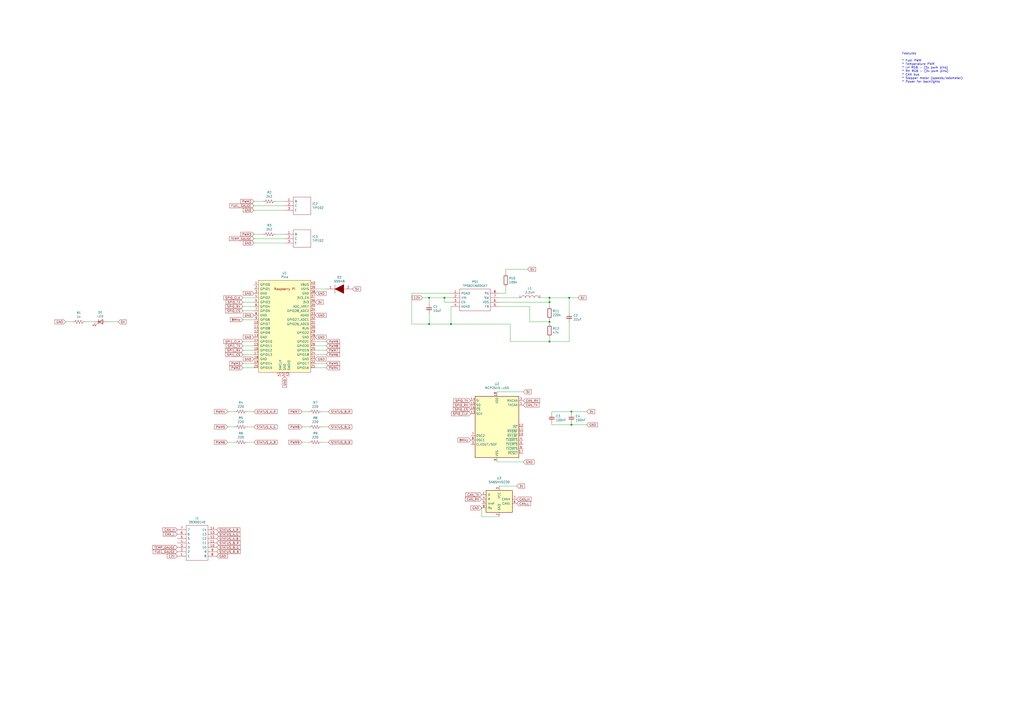
<source format=kicad_sch>
(kicad_sch (version 20211123) (generator eeschema)
  (paper "A2")
  (lib_symbols
    (symbol "Connector:39300140" (pin_names (offset 0.762))
      (property "Reference" "J" (at 19.05 7.62 0))
      (property "Value" "Connector_39300140" (at 19.05 5.08 0))
      (symbol "39300140_0_0"
        (pin passive line (at 0 -15.24 0) (length 5.08) (name "1") (number "1"))
        (pin passive line (at 22.86 -10.16 180) (length 5.08) (name "10") (number "10"))
        (pin passive line (at 22.86 -7.62 180) (length 5.08) (name "11") (number "11"))
        (pin passive line (at 22.86 -5.08 180) (length 5.08) (name "12") (number "12"))
        (pin passive line (at 22.86 -2.54 180) (length 5.08) (name "13") (number "13"))
        (pin passive line (at 22.86 0 180) (length 5.08) (name "14") (number "14"))
        (pin passive line (at 0 -12.7 0) (length 5.08) (name "2") (number "2"))
        (pin passive line (at 0 -10.16 0) (length 5.08) (name "3") (number "3"))
        (pin passive line (at 0 -7.62 0) (length 5.08) (name "4") (number "4"))
        (pin passive line (at 0 -5.08 0) (length 5.08) (name "5") (number "5"))
        (pin passive line (at 0 -2.54 0) (length 5.08) (name "6") (number "6"))
        (pin passive line (at 0 0 0) (length 5.08) (name "7") (number "7"))
        (pin passive line (at 22.86 -15.24 180) (length 5.08) (name "8") (number "8"))
        (pin passive line (at 22.86 -12.7 180) (length 5.08) (name "9") (number "9"))
      )
      (symbol "39300140_0_1"
        (polyline (pts (xy 5.08 2.54) (xy 17.78 2.54) (xy 17.78 -17.78) (xy 5.08 -17.78) (xy 5.08 2.54)) (stroke (width 0.1524)))
      )
    )
    (symbol "Device:C_Small" (pin_numbers hide) (pin_names (offset 0.254) hide)
      (property "Reference" "C" (at 0.254 1.778 0))
      (property "Value" "C_Small" (at 0.254 -2.032 0))
      (symbol "C_Small_0_1"
        (polyline (pts (xy -1.524 -0.508) (xy 1.524 -0.508)) (stroke (width 0.3302)))
        (polyline (pts (xy -1.524 0.508) (xy 1.524 0.508)) (stroke (width 0.3048)))
      )
      (symbol "C_Small_1_1"
        (pin passive line (at 0 2.54 270) (length 2.032) (name "~") (number "1"))
        (pin passive line (at 0 -2.54 90) (length 2.032) (name "~") (number "2"))
      )
    )
    (symbol "Device:LED" (pin_numbers hide) (pin_names (offset 1.016) hide)
      (property "Reference" "D" (at 0 2.54 0))
      (property "Value" "LED" (at 0 -2.54 0))
      (symbol "LED_0_1"
        (polyline (pts (xy -1.27 -1.27) (xy -1.27 1.27)) (stroke (width 0.254)))
        (polyline (pts (xy -1.27 0) (xy 1.27 0)))
        (polyline (pts (xy 1.27 -1.27) (xy 1.27 1.27) (xy -1.27 0) (xy 1.27 -1.27)) (stroke (width 0.254)))
        (polyline (pts (xy -3.048 -0.762) (xy -4.572 -2.286) (xy -3.81 -2.286) (xy -4.572 -2.286) (xy -4.572 -1.524)))
        (polyline (pts (xy -1.778 -0.762) (xy -3.302 -2.286) (xy -2.54 -2.286) (xy -3.302 -2.286) (xy -3.302 -1.524)))
      )
      (symbol "LED_1_1"
        (pin passive line (at -3.81 0 0) (length 2.54) (name "K") (number "1"))
        (pin passive line (at 3.81 0 180) (length 2.54) (name "A") (number "2"))
      )
    )
    (symbol "Device:R" (pin_numbers hide) (pin_names (offset 0))
      (property "Reference" "R" (at 2.032 0 90))
      (property "Value" "R" (at 0 0 90))
      (symbol "R_0_1"
        (rectangle (start -1.016 -2.54) (end 1.016 2.54) (stroke (width 0.254)))
      )
      (symbol "R_1_1"
        (pin passive line (at 0 3.81 270) (length 1.27) (name "~") (number "1"))
        (pin passive line (at 0 -3.81 90) (length 1.27) (name "~") (number "2"))
      )
    )
    (symbol "Device:R_US" (pin_numbers hide) (pin_names (offset 0))
      (property "Reference" "R" (at 2.54 0 90))
      (property "Value" "R_US" (at -2.54 0 90))
      (symbol "R_US_0_1"
        (polyline (pts (xy 0 -2.286) (xy 0 -2.54)))
        (polyline (pts (xy 0 2.286) (xy 0 2.54)))
        (polyline (pts (xy 0 -0.762) (xy 1.016 -1.143) (xy 0 -1.524) (xy -1.016 -1.905) (xy 0 -2.286)))
        (polyline (pts (xy 0 0.762) (xy 1.016 0.381) (xy 0 0) (xy -1.016 -0.381) (xy 0 -0.762)))
        (polyline (pts (xy 0 2.286) (xy 1.016 1.905) (xy 0 1.524) (xy -1.016 1.143) (xy 0 0.762)))
      )
      (symbol "R_US_1_1"
        (pin passive line (at 0 3.81 270) (length 1.27) (name "~") (number "1"))
        (pin passive line (at 0 -3.81 90) (length 1.27) (name "~") (number "2"))
      )
    )
    (symbol "Diode:SS54B" (pin_names (offset 0.762))
      (property "Reference" "D" (at 11.43 5.08 0))
      (property "Value" "Diode_SS54B" (at 11.43 2.54 0))
      (symbol "SS54B_0_0"
        (pin passive line (at 0 0 0) (length 5.08) (name "~") (number "1"))
        (pin passive line (at 15.24 0 180) (length 5.08) (name "~") (number "2"))
      )
      (symbol "SS54B_0_1"
        (polyline (pts (xy 5.08 2.54) (xy 5.08 -2.54)) (stroke (width 0.1524)))
        (polyline (pts (xy 5.08 0) (xy 10.16 2.54) (xy 10.16 -2.54) (xy 5.08 0)) (stroke (width 0.254)) (fill (type outline)))
      )
    )
    (symbol "Interface_CAN_LIN:MCP2515-xSO"
      (property "Reference" "U" (at -10.16 19.685 0))
      (property "Value" "MCP2515-xSO" (at 19.05 20.32 0))
      (symbol "MCP2515-xSO_0_1"
        (rectangle (start -12.7 17.78) (end 12.7 -17.78) (stroke (width 0.254)) (fill (type background)))
      )
      (symbol "MCP2515-xSO_1_1"
        (pin output line (at 15.24 12.7 180) (length 2.54) (name "TXCAN") (number "1"))
        (pin output line (at 15.24 -5.08 180) (length 2.54) (name "~{RX1BF}") (number "10"))
        (pin output line (at 15.24 -2.54 180) (length 2.54) (name "~{RX0BF}") (number "11"))
        (pin output line (at 15.24 0 180) (length 2.54) (name "~{INT}") (number "12"))
        (pin input line (at -15.24 7.62 0) (length 2.54) (name "SCK") (number "13"))
        (pin input line (at -15.24 15.24 0) (length 2.54) (name "SI") (number "14"))
        (pin output line (at -15.24 12.7 0) (length 2.54) (name "SO") (number "15"))
        (pin input line (at -15.24 10.16 0) (length 2.54) (name "~{CS}") (number "16"))
        (pin input line (at 15.24 -15.24 180) (length 2.54) (name "~{RESET}") (number "17"))
        (pin power_in line (at 0 20.32 270) (length 2.54) (name "VDD") (number "18"))
        (pin input line (at 15.24 15.24 180) (length 2.54) (name "RXCAN") (number "2"))
        (pin output line (at -15.24 -10.16 0) (length 2.54) (name "CLKOUT/SOF") (number "3"))
        (pin input line (at 15.24 -7.62 180) (length 2.54) (name "~{TX0RTS}") (number "4"))
        (pin input line (at 15.24 -10.16 180) (length 2.54) (name "~{TX1RTS}") (number "5"))
        (pin input line (at 15.24 -12.7 180) (length 2.54) (name "~{TX2RTS}") (number "6"))
        (pin output line (at -15.24 -5.08 0) (length 2.54) (name "OSC2") (number "7"))
        (pin input line (at -15.24 -7.62 0) (length 2.54) (name "OSC1") (number "8"))
        (pin power_in line (at 0 -20.32 90) (length 2.54) (name "VSS") (number "9"))
      )
    )
    (symbol "Interface_CAN_LIN:SN65HVD230" (pin_names (offset 1.016))
      (property "Reference" "U" (at -2.54 10.16 0))
      (property "Value" "SN65HVD230" (at -2.54 7.62 0))
      (symbol "SN65HVD230_0_1"
        (rectangle (start -7.62 5.08) (end 7.62 -7.62) (stroke (width 0.254)) (fill (type background)))
      )
      (symbol "SN65HVD230_1_1"
        (pin input line (at -10.16 2.54 0) (length 2.54) (name "D") (number "1"))
        (pin power_in line (at 0 -10.16 90) (length 2.54) (name "GND") (number "2"))
        (pin power_in line (at 0 7.62 270) (length 2.54) (name "VCC") (number "3"))
        (pin output line (at -10.16 0 0) (length 2.54) (name "R") (number "4"))
        (pin output line (at -10.16 -2.54 0) (length 2.54) (name "Vref") (number "5"))
        (pin bidirectional line (at 10.16 -2.54 180) (length 2.54) (name "CANL") (number "6"))
        (pin bidirectional line (at 10.16 0 180) (length 2.54) (name "CANH") (number "7"))
        (pin input line (at -10.16 -5.08 0) (length 2.54) (name "Rs") (number "8"))
      )
    )
    (symbol "MCU_Module:Pico" (pin_names (offset 1.016))
      (property "Reference" "U" (at -13.97 27.94 0))
      (property "Value" "MCU_Module_Pico" (at 0 19.05 0))
      (symbol "Pico_0_0"
        (text "Raspberry Pi" (at 0 21.59 0) (effects (font (size 1.27 1.27))))
      )
      (symbol "Pico_0_1"
        (rectangle (start -15.24 26.67) (end 15.24 -26.67) (fill (type background)))
      )
      (symbol "Pico_1_1"
        (pin bidirectional line (at -17.78 24.13 0) (length 2.54) (name "GPIO0") (number "1"))
        (pin bidirectional line (at -17.78 1.27 0) (length 2.54) (name "GPIO7") (number "10"))
        (pin bidirectional line (at -17.78 -1.27 0) (length 2.54) (name "GPIO8") (number "11"))
        (pin bidirectional line (at -17.78 -3.81 0) (length 2.54) (name "GPIO9") (number "12"))
        (pin power_in line (at -17.78 -6.35 0) (length 2.54) (name "GND") (number "13"))
        (pin bidirectional line (at -17.78 -8.89 0) (length 2.54) (name "GPIO10") (number "14"))
        (pin bidirectional line (at -17.78 -11.43 0) (length 2.54) (name "GPIO11") (number "15"))
        (pin bidirectional line (at -17.78 -13.97 0) (length 2.54) (name "GPIO12") (number "16"))
        (pin bidirectional line (at -17.78 -16.51 0) (length 2.54) (name "GPIO13") (number "17"))
        (pin power_in line (at -17.78 -19.05 0) (length 2.54) (name "GND") (number "18"))
        (pin bidirectional line (at -17.78 -21.59 0) (length 2.54) (name "GPIO14") (number "19"))
        (pin bidirectional line (at -17.78 21.59 0) (length 2.54) (name "GPIO1") (number "2"))
        (pin bidirectional line (at -17.78 -24.13 0) (length 2.54) (name "GPIO15") (number "20"))
        (pin bidirectional line (at 17.78 -24.13 180) (length 2.54) (name "GPIO16") (number "21"))
        (pin bidirectional line (at 17.78 -21.59 180) (length 2.54) (name "GPIO17") (number "22"))
        (pin power_in line (at 17.78 -19.05 180) (length 2.54) (name "GND") (number "23"))
        (pin bidirectional line (at 17.78 -16.51 180) (length 2.54) (name "GPIO18") (number "24"))
        (pin bidirectional line (at 17.78 -13.97 180) (length 2.54) (name "GPIO19") (number "25"))
        (pin bidirectional line (at 17.78 -11.43 180) (length 2.54) (name "GPIO20") (number "26"))
        (pin bidirectional line (at 17.78 -8.89 180) (length 2.54) (name "GPIO21") (number "27"))
        (pin power_in line (at 17.78 -6.35 180) (length 2.54) (name "GND") (number "28"))
        (pin bidirectional line (at 17.78 -3.81 180) (length 2.54) (name "GPIO22") (number "29"))
        (pin power_in line (at -17.78 19.05 0) (length 2.54) (name "GND") (number "3"))
        (pin input line (at 17.78 -1.27 180) (length 2.54) (name "RUN") (number "30"))
        (pin bidirectional line (at 17.78 1.27 180) (length 2.54) (name "GPIO26_ADC0") (number "31"))
        (pin bidirectional line (at 17.78 3.81 180) (length 2.54) (name "GPIO27_ADC1") (number "32"))
        (pin power_in line (at 17.78 6.35 180) (length 2.54) (name "AGND") (number "33"))
        (pin bidirectional line (at 17.78 8.89 180) (length 2.54) (name "GPIO28_ADC2") (number "34"))
        (pin unspecified line (at 17.78 11.43 180) (length 2.54) (name "ADC_VREF") (number "35"))
        (pin unspecified line (at 17.78 13.97 180) (length 2.54) (name "3V3") (number "36"))
        (pin input line (at 17.78 16.51 180) (length 2.54) (name "3V3_EN") (number "37"))
        (pin bidirectional line (at 17.78 19.05 180) (length 2.54) (name "GND") (number "38"))
        (pin unspecified line (at 17.78 21.59 180) (length 2.54) (name "VSYS") (number "39"))
        (pin bidirectional line (at -17.78 16.51 0) (length 2.54) (name "GPIO2") (number "4"))
        (pin unspecified line (at 17.78 24.13 180) (length 2.54) (name "VBUS") (number "40"))
        (pin input line (at -2.54 -29.21 90) (length 2.54) (name "SWCLK") (number "41"))
        (pin power_in line (at 0 -29.21 90) (length 2.54) (name "GND") (number "42"))
        (pin bidirectional line (at 2.54 -29.21 90) (length 2.54) (name "SWDIO") (number "43"))
        (pin bidirectional line (at -17.78 13.97 0) (length 2.54) (name "GPIO3") (number "5"))
        (pin bidirectional line (at -17.78 11.43 0) (length 2.54) (name "GPIO4") (number "6"))
        (pin bidirectional line (at -17.78 8.89 0) (length 2.54) (name "GPIO5") (number "7"))
        (pin power_in line (at -17.78 6.35 0) (length 2.54) (name "GND") (number "8"))
        (pin bidirectional line (at -17.78 3.81 0) (length 2.54) (name "GPIO6") (number "9"))
      )
    )
    (symbol "MCU_Module:TPS62160DGKT" (pin_names (offset 0.762))
      (property "Reference" "PS" (at 24.13 7.62 0))
      (property "Value" "MCU_Module_TPS62160DGKT" (at 24.13 5.08 0))
      (symbol "TPS62160DGKT_0_0"
        (pin power_in line (at 0 0 0) (length 5.08) (name "PGND") (number "1"))
        (pin power_in line (at 0 -2.54 0) (length 5.08) (name "VIN") (number "2"))
        (pin input line (at 0 -5.08 0) (length 5.08) (name "EN") (number "3"))
        (pin power_in line (at 0 -7.62 0) (length 5.08) (name "AGND") (number "4"))
        (pin input line (at 27.94 -7.62 180) (length 5.08) (name "FB") (number "5"))
        (pin input line (at 27.94 -5.08 180) (length 5.08) (name "VOS") (number "6"))
        (pin output line (at 27.94 -2.54 180) (length 5.08) (name "SW") (number "7"))
        (pin output line (at 27.94 0 180) (length 5.08) (name "PG") (number "8"))
      )
      (symbol "TPS62160DGKT_0_1"
        (polyline (pts (xy 5.08 2.54) (xy 22.86 2.54) (xy 22.86 -10.16) (xy 5.08 -10.16) (xy 5.08 2.54)) (stroke (width 0.1524)))
      )
    )
    (symbol "Transistor_BJT:TIP102" (pin_names (offset 0.762))
      (property "Reference" "IC" (at 16.51 7.62 0))
      (property "Value" "Transistor_BJT_TIP102" (at 16.51 5.08 0))
      (symbol "TIP102_0_0"
        (pin passive line (at 0 0 0) (length 5.08) (name "B") (number "1"))
        (pin passive line (at 0 -2.54 0) (length 5.08) (name "C") (number "2"))
        (pin passive line (at 0 -5.08 0) (length 5.08) (name "E") (number "3"))
      )
      (symbol "TIP102_0_1"
        (polyline (pts (xy 5.08 2.54) (xy 15.24 2.54) (xy 15.24 -7.62) (xy 5.08 -7.62) (xy 5.08 2.54)) (stroke (width 0.1524)))
      )
    )
    (symbol "pspice:INDUCTOR" (pin_numbers hide) (pin_names (offset 0))
      (property "Reference" "L" (at 0 2.54 0))
      (property "Value" "INDUCTOR" (at 0 -1.27 0))
      (symbol "INDUCTOR_0_1"
        (arc (start -2.54 0) (mid -3.81 1.27) (end -5.08 0))
        (arc (start 0 0) (mid -1.27 1.27) (end -2.54 0))
        (arc (start 2.54 0) (mid 1.27 1.27) (end 0 0))
        (arc (start 5.08 0) (mid 3.81 1.27) (end 2.54 0))
      )
      (symbol "INDUCTOR_1_1"
        (pin input line (at -6.35 0 0) (length 1.27) (name "1") (number "1"))
        (pin input line (at 6.35 0 180) (length 1.27) (name "2") (number "2"))
      )
    )
  )
  (junction (at 261.62 187.96))
  (junction (at 248.92 187.96))
  (junction (at 257.81 172.72))
  (junction (at 248.92 172.72))
  (junction (at 331.47 246.38))
  (junction (at 318.77 186.69))
  (junction (at 318.77 175.26))
  (junction (at 331.47 238.76))
  (junction (at 318.77 198.12))
  (junction (at 330.2 172.72))
  (junction (at 318.77 172.72))
  (wire (pts (xy 160.02 116.84) (xy 165.1 116.84)))
  (wire (pts (xy 293.37 170.18) (xy 293.37 166.37)))
  (wire (pts (xy 143.51 238.76) (xy 147.32 238.76)))
  (wire (pts (xy 248.92 187.96) (xy 261.62 187.96)))
  (wire (pts (xy 288.29 227.33) (xy 303.53 227.33)))
  (wire (pts (xy 307.34 186.69) (xy 318.77 186.69)))
  (wire (pts (xy 140.97 203.2) (xy 147.32 203.2)))
  (wire (pts (xy 175.26 238.76) (xy 179.07 238.76)))
  (wire (pts (xy 140.97 210.82) (xy 147.32 210.82)))
  (wire (pts (xy 186.69 247.65) (xy 190.5 247.65)))
  (wire (pts (xy 307.34 177.8) (xy 307.34 186.69)))
  (wire (pts (xy 295.91 187.96) (xy 295.91 198.12)))
  (wire (pts (xy 62.23 186.69) (xy 68.58 186.69)))
  (wire (pts (xy 147.32 138.43) (xy 165.1 138.43)))
  (wire (pts (xy 318.77 198.12) (xy 330.2 198.12)))
  (wire (pts (xy 238.76 170.18) (xy 238.76 187.96)))
  (wire (pts (xy 186.69 256.54) (xy 190.5 256.54)))
  (wire (pts (xy 182.88 198.12) (xy 189.23 198.12)))
  (wire (pts (xy 147.32 119.38) (xy 165.1 119.38)))
  (wire (pts (xy 182.88 203.2) (xy 189.23 203.2)))
  (wire (pts (xy 288.29 267.97) (xy 303.53 267.97)))
  (wire (pts (xy 140.97 177.8) (xy 147.32 177.8)))
  (wire (pts (xy 132.08 238.76) (xy 135.89 238.76)))
  (wire (pts (xy 257.81 172.72) (xy 261.62 172.72)))
  (wire (pts (xy 38.1 186.69) (xy 41.91 186.69)))
  (wire (pts (xy 140.97 213.36) (xy 147.32 213.36)))
  (wire (pts (xy 331.47 240.03) (xy 331.47 238.76)))
  (wire (pts (xy 331.47 238.76) (xy 340.36 238.76)))
  (wire (pts (xy 330.2 172.72) (xy 330.2 181.61)))
  (wire (pts (xy 320.04 238.76) (xy 331.47 238.76)))
  (wire (pts (xy 331.47 246.38) (xy 320.04 246.38)))
  (wire (pts (xy 238.76 187.96) (xy 248.92 187.96)))
  (wire (pts (xy 140.97 175.26) (xy 147.32 175.26)))
  (wire (pts (xy 289.56 177.8) (xy 307.34 177.8)))
  (wire (pts (xy 318.77 175.26) (xy 318.77 172.72)))
  (wire (pts (xy 340.36 246.38) (xy 331.47 246.38)))
  (wire (pts (xy 257.81 175.26) (xy 261.62 175.26)))
  (wire (pts (xy 186.69 238.76) (xy 190.5 238.76)))
  (wire (pts (xy 248.92 181.61) (xy 248.92 187.96)))
  (wire (pts (xy 318.77 172.72) (xy 330.2 172.72)))
  (wire (pts (xy 175.26 247.65) (xy 179.07 247.65)))
  (wire (pts (xy 132.08 247.65) (xy 135.89 247.65)))
  (wire (pts (xy 257.81 172.72) (xy 257.81 175.26)))
  (wire (pts (xy 330.2 198.12) (xy 330.2 186.69)))
  (wire (pts (xy 293.37 156.21) (xy 293.37 158.75)))
  (wire (pts (xy 289.56 175.26) (xy 318.77 175.26)))
  (wire (pts (xy 295.91 198.12) (xy 318.77 198.12)))
  (wire (pts (xy 175.26 256.54) (xy 179.07 256.54)))
  (wire (pts (xy 140.97 205.74) (xy 147.32 205.74)))
  (wire (pts (xy 132.08 256.54) (xy 135.89 256.54)))
  (wire (pts (xy 182.88 200.66) (xy 189.23 200.66)))
  (wire (pts (xy 147.32 121.92) (xy 165.1 121.92)))
  (wire (pts (xy 289.56 170.18) (xy 293.37 170.18)))
  (wire (pts (xy 248.92 176.53) (xy 248.92 172.72)))
  (wire (pts (xy 140.97 198.12) (xy 147.32 198.12)))
  (wire (pts (xy 261.62 187.96) (xy 261.62 177.8)))
  (wire (pts (xy 331.47 245.11) (xy 331.47 246.38)))
  (wire (pts (xy 320.04 240.03) (xy 320.04 238.76)))
  (wire (pts (xy 143.51 247.65) (xy 147.32 247.65)))
  (wire (pts (xy 182.88 205.74) (xy 189.23 205.74)))
  (wire (pts (xy 182.88 210.82) (xy 189.23 210.82)))
  (wire (pts (xy 152.4 116.84) (xy 147.32 116.84)))
  (wire (pts (xy 49.53 186.69) (xy 54.61 186.69)))
  (wire (pts (xy 140.97 180.34) (xy 147.32 180.34)))
  (wire (pts (xy 289.56 299.72) (xy 279.4 299.72)))
  (wire (pts (xy 140.97 172.72) (xy 147.32 172.72)))
  (wire (pts (xy 182.88 167.64) (xy 189.23 167.64)))
  (wire (pts (xy 261.62 170.18) (xy 238.76 170.18)))
  (wire (pts (xy 248.92 172.72) (xy 257.81 172.72)))
  (wire (pts (xy 147.32 140.97) (xy 165.1 140.97)))
  (wire (pts (xy 152.4 135.89) (xy 147.32 135.89)))
  (wire (pts (xy 160.02 135.89) (xy 165.1 135.89)))
  (wire (pts (xy 245.11 172.72) (xy 248.92 172.72)))
  (wire (pts (xy 140.97 200.66) (xy 147.32 200.66)))
  (wire (pts (xy 318.77 185.42) (xy 318.77 186.69)))
  (wire (pts (xy 318.77 186.69) (xy 318.77 187.96)))
  (wire (pts (xy 261.62 187.96) (xy 295.91 187.96)))
  (wire (pts (xy 318.77 172.72) (xy 313.69 172.72)))
  (wire (pts (xy 318.77 198.12) (xy 318.77 195.58)))
  (wire (pts (xy 320.04 246.38) (xy 320.04 245.11)))
  (wire (pts (xy 289.56 281.94) (xy 299.72 281.94)))
  (wire (pts (xy 306.07 156.21) (xy 293.37 156.21)))
  (wire (pts (xy 140.97 185.42) (xy 147.32 185.42)))
  (wire (pts (xy 182.88 213.36) (xy 189.23 213.36)))
  (wire (pts (xy 143.51 256.54) (xy 147.32 256.54)))
  (wire (pts (xy 289.56 172.72) (xy 300.99 172.72)))
  (wire (pts (xy 330.2 172.72) (xy 335.28 172.72)))
  (wire (pts (xy 318.77 177.8) (xy 318.77 175.26)))
  (wire (pts (xy 279.4 299.72) (xy 279.4 294.64)))
  (text "Features\n\n* Fuel PWM\n* Temperature PWM\n* LH RGB - (3x pwm pins)\n* RH RGB - (3x pwm pins)\n* CAN bus\n* Stepper motor (speedo/odometer)\n* Power for backlights" (at 523.24 48.26 0) (effects (font (size 1.27 1.27)) (justify left bottom)))
  (global_label "GND" (shape input) (at 340.36 246.38 0) (property "Intersheet References" "${INTERSHEET_REFS}" (effects hide)))
  (global_label "GND" (shape input) (at 303.53 267.97 0) (property "Intersheet References" "${INTERSHEET_REFS}" (effects hide)))
  (global_label "GND" (shape input) (at 147.32 170.18 180) (property "Intersheet References" "${INTERSHEET_REFS}" (effects hide)))
  (global_label "STATUS_A_B" (shape input) (at 147.32 256.54 0) (property "Intersheet References" "${INTERSHEET_REFS}" (effects hide)))
  (global_label "GND" (shape input) (at 147.32 195.58 180) (property "Intersheet References" "${INTERSHEET_REFS}" (effects hide)))
  (global_label "STATUS_B_B" (shape input) (at 190.5 256.54 0) (property "Intersheet References" "${INTERSHEET_REFS}" (effects hide)))
  (global_label "CAN_RX" (shape input) (at 279.4 289.56 180) (property "Intersheet References" "${INTERSHEET_REFS}" (effects hide)))
  (global_label "STATUS_A_R" (shape input) (at 125.73 307.34 0) (property "Intersheet References" "${INTERSHEET_REFS}" (effects hide)))
  (global_label "GND" (shape input) (at 38.1 186.69 180) (property "Intersheet References" "${INTERSHEET_REFS}" (effects hide)))
  (global_label "SPI0_RX" (shape input) (at 140.97 177.8 180) (property "Intersheet References" "${INTERSHEET_REFS}" (effects hide)))
  (global_label "PWM4" (shape input) (at 132.08 238.76 180) (property "Intersheet References" "${INTERSHEET_REFS}" (effects hide)))
  (global_label "GND" (shape input) (at 147.32 208.28 180) (property "Intersheet References" "${INTERSHEET_REFS}" (effects hide)))
  (global_label "12V" (shape input) (at 102.87 322.58 180) (property "Intersheet References" "${INTERSHEET_REFS}" (effects hide)))
  (global_label "PWM9" (shape input) (at 189.23 198.12 0) (property "Intersheet References" "${INTERSHEET_REFS}" (effects hide)))
  (global_label "SPI1_RX" (shape input) (at 140.97 203.2 180) (property "Intersheet References" "${INTERSHEET_REFS}" (effects hide)))
  (global_label "GND" (shape input) (at 182.88 170.18 0) (property "Intersheet References" "${INTERSHEET_REFS}" (effects hide)))
  (global_label "STATUS_A_G" (shape input) (at 125.73 309.88 0) (property "Intersheet References" "${INTERSHEET_REFS}" (effects hide)))
  (global_label "PWM8" (shape input) (at 175.26 247.65 180) (property "Intersheet References" "${INTERSHEET_REFS}" (effects hide)))
  (global_label "STATUS_B_G" (shape input) (at 125.73 317.5 0) (property "Intersheet References" "${INTERSHEET_REFS}" (effects hide)))
  (global_label "PWM6" (shape input) (at 132.08 256.54 180) (property "Intersheet References" "${INTERSHEET_REFS}" (effects hide)))
  (global_label "CAN_H" (shape input) (at 299.72 289.56 0) (property "Intersheet References" "${INTERSHEET_REFS}" (effects hide)))
  (global_label "GND" (shape input) (at 182.88 208.28 0) (property "Intersheet References" "${INTERSHEET_REFS}" (effects hide)))
  (global_label "STATUS_A_R" (shape input) (at 147.32 238.76 0) (property "Intersheet References" "${INTERSHEET_REFS}" (effects hide)))
  (global_label "CAN_L" (shape input) (at 299.72 292.1 0) (property "Intersheet References" "${INTERSHEET_REFS}" (effects hide)))
  (global_label "STATUS_B_B" (shape input) (at 125.73 320.04 0) (property "Intersheet References" "${INTERSHEET_REFS}" (effects hide)))
  (global_label "8MHz" (shape input) (at 273.05 255.27 180) (property "Intersheet References" "${INTERSHEET_REFS}" (effects hide)))
  (global_label "GND" (shape input) (at 279.4 294.64 180) (property "Intersheet References" "${INTERSHEET_REFS}" (effects hide)))
  (global_label "8MHz" (shape input) (at 140.97 185.42 180) (property "Intersheet References" "${INTERSHEET_REFS}" (effects hide)))
  (global_label "CAN_L" (shape input) (at 102.87 309.88 180) (property "Intersheet References" "${INTERSHEET_REFS}" (effects hide)))
  (global_label "5V" (shape input) (at 335.28 172.72 0) (property "Intersheet References" "${INTERSHEET_REFS}" (effects hide)))
  (global_label "PWM5" (shape input) (at 189.23 210.82 0) (property "Intersheet References" "${INTERSHEET_REFS}" (effects hide)))
  (global_label "5V" (shape input) (at 68.58 186.69 0) (property "Intersheet References" "${INTERSHEET_REFS}" (effects hide)))
  (global_label "PWM6" (shape input) (at 189.23 205.74 0) (property "Intersheet References" "${INTERSHEET_REFS}" (effects hide)))
  (global_label "SPI1_TX" (shape input) (at 140.97 200.66 180) (property "Intersheet References" "${INTERSHEET_REFS}" (effects hide)))
  (global_label "SPI0_CLK" (shape input) (at 140.97 172.72 180) (property "Intersheet References" "${INTERSHEET_REFS}" (effects hide)))
  (global_label "STATUS_B_R" (shape input) (at 125.73 314.96 0) (property "Intersheet References" "${INTERSHEET_REFS}" (effects hide)))
  (global_label "3V" (shape input) (at 303.53 227.33 0) (property "Intersheet References" "${INTERSHEET_REFS}" (effects hide)))
  (global_label "SPI0_CS" (shape input) (at 140.97 180.34 180) (property "Intersheet References" "${INTERSHEET_REFS}" (effects hide)))
  (global_label "CAN_RX" (shape input) (at 303.53 232.41 0) (property "Intersheet References" "${INTERSHEET_REFS}" (effects hide)))
  (global_label "PWM8" (shape input) (at 189.23 200.66 0) (property "Intersheet References" "${INTERSHEET_REFS}" (effects hide)))
  (global_label "PWM7" (shape input) (at 189.23 203.2 0) (property "Intersheet References" "${INTERSHEET_REFS}" (effects hide)))
  (global_label "GND" (shape input) (at 125.73 322.58 0) (property "Intersheet References" "${INTERSHEET_REFS}" (effects hide)))
  (global_label "SPI1_CLK" (shape input) (at 140.97 198.12 180) (property "Intersheet References" "${INTERSHEET_REFS}" (effects hide)))
  (global_label "GND" (shape input) (at 182.88 195.58 0) (property "Intersheet References" "${INTERSHEET_REFS}" (effects hide)))
  (global_label "GND" (shape input) (at 147.32 121.92 180) (property "Intersheet References" "${INTERSHEET_REFS}" (effects hide)))
  (global_label "PWM5" (shape input) (at 132.08 247.65 180) (property "Intersheet References" "${INTERSHEET_REFS}" (effects hide)))
  (global_label "GND" (shape input) (at 182.88 182.88 0) (property "Intersheet References" "${INTERSHEET_REFS}" (effects hide)))
  (global_label "STATUS_B_G" (shape input) (at 190.5 247.65 0) (property "Intersheet References" "${INTERSHEET_REFS}" (effects hide)))
  (global_label "12V" (shape input) (at 245.11 172.72 180) (property "Intersheet References" "${INTERSHEET_REFS}" (effects hide)))
  (global_label "PWM4" (shape input) (at 189.23 213.36 0) (property "Intersheet References" "${INTERSHEET_REFS}" (effects hide)))
  (global_label "GND" (shape input) (at 147.32 182.88 180) (property "Intersheet References" "${INTERSHEET_REFS}" (effects hide)))
  (global_label "SPI0_TX" (shape input) (at 273.05 232.41 180) (property "Intersheet References" "${INTERSHEET_REFS}" (effects hide)))
  (global_label "GND" (shape input) (at 147.32 140.97 180) (property "Intersheet References" "${INTERSHEET_REFS}" (effects hide)))
  (global_label "STATUS_B_R" (shape input) (at 190.5 238.76 0) (property "Intersheet References" "${INTERSHEET_REFS}" (effects hide)))
  (global_label "CAN_H" (shape input) (at 102.87 307.34 180) (property "Intersheet References" "${INTERSHEET_REFS}" (effects hide)))
  (global_label "3V" (shape input) (at 299.72 281.94 0) (property "Intersheet References" "${INTERSHEET_REFS}" (effects hide)))
  (global_label "PWM7" (shape input) (at 175.26 238.76 180) (property "Intersheet References" "${INTERSHEET_REFS}" (effects hide)))
  (global_label "FUEL_GAUGE" (shape input) (at 147.32 119.38 180) (property "Intersheet References" "${INTERSHEET_REFS}" (effects hide)))
  (global_label "PWM3" (shape input) (at 147.32 135.89 180) (property "Intersheet References" "${INTERSHEET_REFS}" (effects hide)))
  (global_label "3V" (shape input) (at 182.88 175.26 0) (property "Intersheet References" "${INTERSHEET_REFS}" (effects hide)))
  (global_label "3V" (shape input) (at 340.36 238.76 0) (property "Intersheet References" "${INTERSHEET_REFS}" (effects hide)))
  (global_label "FUEL_GAUGE" (shape input) (at 102.87 320.04 180) (property "Intersheet References" "${INTERSHEET_REFS}" (effects hide)))
  (global_label "TEMP_GAUGE" (shape input) (at 102.87 317.5 180) (property "Intersheet References" "${INTERSHEET_REFS}" (effects hide)))
  (global_label "STATUS_A_G" (shape input) (at 147.32 247.65 0) (property "Intersheet References" "${INTERSHEET_REFS}" (effects hide)))
  (global_label "SPI0_CLK" (shape input) (at 273.05 240.03 180) (property "Intersheet References" "${INTERSHEET_REFS}" (effects hide)))
  (global_label "PWM9" (shape input) (at 175.26 256.54 180) (property "Intersheet References" "${INTERSHEET_REFS}" (effects hide)))
  (global_label "GND" (shape input) (at 165.1 218.44 270) (property "Intersheet References" "${INTERSHEET_REFS}" (effects hide)))
  (global_label "TEMP_GAUGE" (shape input) (at 147.32 138.43 180) (property "Intersheet References" "${INTERSHEET_REFS}" (effects hide)))
  (global_label "STATUS_A_B" (shape input) (at 125.73 312.42 0) (property "Intersheet References" "${INTERSHEET_REFS}" (effects hide)))
  (global_label "5V" (shape input) (at 306.07 156.21 0) (property "Intersheet References" "${INTERSHEET_REFS}" (effects hide)))
  (global_label "SPI0_TX" (shape input) (at 140.97 175.26 180) (property "Intersheet References" "${INTERSHEET_REFS}" (effects hide)))
  (global_label "5V" (shape input) (at 204.47 167.64 0) (property "Intersheet References" "${INTERSHEET_REFS}" (effects hide)))
  (global_label "PWM3" (shape input) (at 140.97 210.82 180) (property "Intersheet References" "${INTERSHEET_REFS}" (effects hide)))
  (global_label "PWM2" (shape input) (at 140.97 213.36 180) (property "Intersheet References" "${INTERSHEET_REFS}" (effects hide)))
  (global_label "PWM2" (shape input) (at 147.32 116.84 180) (property "Intersheet References" "${INTERSHEET_REFS}" (effects hide)))
  (global_label "SPI1_CS" (shape input) (at 140.97 205.74 180) (property "Intersheet References" "${INTERSHEET_REFS}" (effects hide)))
  (global_label "SPI0_CS" (shape input) (at 273.05 237.49 180) (property "Intersheet References" "${INTERSHEET_REFS}" (effects hide)))
  (global_label "SPI0_RX" (shape input) (at 273.05 234.95 180) (property "Intersheet References" "${INTERSHEET_REFS}" (effects hide)))
  (global_label "CAN_TX" (shape input) (at 303.53 234.95 0) (property "Intersheet References" "${INTERSHEET_REFS}" (effects hide)))
  (global_label "CAN_TX" (shape input) (at 279.4 287.02 180) (property "Intersheet References" "${INTERSHEET_REFS}" (effects hide)))
  (symbol (lib_id "Device:R_US") (at 45.72 186.69 270) (unit 1)
    (property "Reference" "R1" (at 45.72 181.483 90))
    (property "Value" "1k" (at 45.72 183.7944 90))
    (property "Footprint" "Resistor_SMD:R_0201_0603Metric" (effects hide))
  )
  (symbol (lib_id "Device:LED") (at 58.42 186.69 0) (unit 1)
    (property "Reference" "D1" (at 58.2422 181.1782 0))
    (property "Value" "LED" (at 58.2422 183.4896 0))
    (property "Footprint" "LED_SMD:LED_0603_1608Metric" (effects hide))
  )
  (symbol (lib_id "Transistor_BJT:TIP102") (at 165.1 116.84 0) (unit 1)
    (property "Reference" "IC2" (at 181.0512 118.2116 0) (effects (justify left)))
    (property "Value" "TIP102" (at 181.0512 120.523 0) (effects (justify left)))
    (property "Footprint" "Package_TO_SOT_THT:TO270P460X1020X2008-3P" (effects hide))
    (property "Datasheet" "http://www.st.com/web/en/resource/technical/document/datasheet/CD00001234.pdf" (effects hide))
    (property "Description" "TIP102, Darlington Transistor, NPN 8 A 100 V HFE:200, 3-Pin, TO-220" (effects hide))
    (property "Height" "4.6" (effects hide))
    (property "Manufacturer_Name" "STMicroelectronics" (effects hide))
    (property "Manufacturer_Part_Number" "TIP102" (effects hide))
    (property "Mouser Part Number" "511-TIP102" (effects hide))
    (property "Mouser Price/Stock" "https://www.mouser.co.uk/ProductDetail/STMicroelectronics/TIP102?qs=ljbEvF4DwONmWw0zLDYvVw%3D%3D" (effects hide))
    (property "Arrow Part Number" "TIP102" (effects hide))
    (property "Arrow Price/Stock" "https://www.arrow.com/en/products/tip102/stmicroelectronics?region=nac" (effects hide))
  )
  (symbol (lib_id "Device:R_US") (at 156.21 116.84 270) (unit 1)
    (property "Reference" "R2" (at 156.21 111.633 90))
    (property "Value" "2k2" (at 156.21 113.9444 90))
    (property "Footprint" "Resistor_SMD:R_0201_0603Metric" (effects hide))
  )
  (symbol (lib_id "Transistor_BJT:TIP102") (at 165.1 135.89 0) (unit 1)
    (property "Reference" "IC3" (at 181.0512 137.2616 0) (effects (justify left)))
    (property "Value" "TIP102" (at 181.0512 139.573 0) (effects (justify left)))
    (property "Footprint" "Package_TO_SOT_THT:TO270P460X1020X2008-3P" (effects hide))
    (property "Datasheet" "http://www.st.com/web/en/resource/technical/document/datasheet/CD00001234.pdf" (effects hide))
    (property "Description" "TIP102, Darlington Transistor, NPN 8 A 100 V HFE:200, 3-Pin, TO-220" (effects hide))
    (property "Height" "4.6" (effects hide))
    (property "Manufacturer_Name" "STMicroelectronics" (effects hide))
    (property "Manufacturer_Part_Number" "TIP102" (effects hide))
    (property "Mouser Part Number" "511-TIP102" (effects hide))
    (property "Mouser Price/Stock" "https://www.mouser.co.uk/ProductDetail/STMicroelectronics/TIP102?qs=ljbEvF4DwONmWw0zLDYvVw%3D%3D" (effects hide))
    (property "Arrow Part Number" "TIP102" (effects hide))
    (property "Arrow Price/Stock" "https://www.arrow.com/en/products/tip102/stmicroelectronics?region=nac" (effects hide))
  )
  (symbol (lib_id "Device:R_US") (at 156.21 135.89 270) (unit 1)
    (property "Reference" "R3" (at 156.21 130.683 90))
    (property "Value" "2k2" (at 156.21 132.9944 90))
    (property "Footprint" "Resistor_SMD:R_0201_0603Metric" (effects hide))
  )
  (symbol (lib_id "MCU_Module:Pico") (at 165.1 189.23 0) (unit 1)
    (property "Reference" "U1" (at 165.1 158.369 0))
    (property "Value" "Pico" (at 165.1 160.6804 0))
    (property "Footprint" "Module:RPi_Pico_SMD_TH" (effects hide))
  )
  (symbol (lib_id "Device:R_US") (at 139.7 238.76 270) (unit 1)
    (property "Reference" "R4" (at 139.7 233.553 90))
    (property "Value" "220" (at 139.7 235.8644 90))
    (property "Footprint" "Resistor_SMD:R_0201_0603Metric" (effects hide))
  )
  (symbol (lib_id "Device:R_US") (at 139.7 247.65 270) (unit 1)
    (property "Reference" "R5" (at 139.7 242.443 90))
    (property "Value" "220" (at 139.7 244.7544 90))
    (property "Footprint" "Resistor_SMD:R_0201_0603Metric" (effects hide))
  )
  (symbol (lib_id "Device:R_US") (at 139.7 256.54 270) (unit 1)
    (property "Reference" "R6" (at 139.7 251.333 90))
    (property "Value" "220" (at 139.7 253.6444 90))
    (property "Footprint" "Resistor_SMD:R_0201_0603Metric" (effects hide))
  )
  (symbol (lib_id "Device:R_US") (at 182.88 238.76 270) (unit 1)
    (property "Reference" "R7" (at 182.88 233.553 90))
    (property "Value" "220" (at 182.88 235.8644 90))
    (property "Footprint" "Resistor_SMD:R_0201_0603Metric" (effects hide))
  )
  (symbol (lib_id "Device:R_US") (at 182.88 247.65 270) (unit 1)
    (property "Reference" "R8" (at 182.88 242.443 90))
    (property "Value" "220" (at 182.88 244.7544 90))
    (property "Footprint" "Resistor_SMD:R_0201_0603Metric" (effects hide))
  )
  (symbol (lib_id "Device:R_US") (at 182.88 256.54 270) (unit 1)
    (property "Reference" "R9" (at 182.88 251.333 90))
    (property "Value" "220" (at 182.88 253.6444 90))
    (property "Footprint" "Resistor_SMD:R_0201_0603Metric" (effects hide))
  )
  (symbol (lib_id "Diode:SS54B") (at 189.23 167.64 0) (unit 1)
    (property "Reference" "D2" (at 196.85 160.8582 0))
    (property "Value" "SS54B" (at 196.85 163.1696 0))
    (property "Footprint" "Diode_SMD:DIOM5336X244N" (effects hide))
    (property "Datasheet" "https://datasheet.datasheetarchive.com/originals/distributors/Datasheets-3/DSA-43270.pdf" (effects hide))
    (property "Description" "HY Electronic Corp SS54B, SMT Rectifier Schottky Diode, 40V 5A, 2-Pin SMB" (effects hide))
    (property "Height" "2.44" (effects hide))
    (property "Manufacturer_Name" "HY Electronic Corp" (effects hide))
    (property "Manufacturer_Part_Number" "SS54B" (effects hide))
  )
  (symbol (lib_id "MCU_Module:TPS62160DGKT") (at 261.62 170.18 0) (unit 1)
    (property "Reference" "PS1" (at 275.59 163.449 0))
    (property "Value" "TPS62160DGKT" (at 275.59 165.7604 0))
    (property "Footprint" "Module:SOP65P490X110-8N" (effects hide))
    (property "Datasheet" "http://www.ti.com/lit/gpn/tps62160" (effects hide))
    (property "Description" "3V-17V 1A Step-Down Converters with DCS-Control&#153;" (effects hide))
    (property "Height" "1.1" (effects hide))
    (property "Manufacturer_Name" "Texas Instruments" (effects hide))
    (property "Manufacturer_Part_Number" "TPS62160DGKT" (effects hide))
    (property "Mouser Part Number" "595-TPS62160DGKT" (effects hide))
    (property "Mouser Price/Stock" "https://www.mouser.co.uk/ProductDetail/Texas-Instruments/TPS62160DGKT?qs=2UFnnMkojnVQry4yr%2Fdsnw%3D%3D" (effects hide))
    (property "Arrow Part Number" "TPS62160DGKT" (effects hide))
    (property "Arrow Price/Stock" "https://www.arrow.com/en/products/tps62160dgkt/texas-instruments" (effects hide))
  )
  (symbol (lib_id "Device:C_Small") (at 248.92 179.07 0) (unit 1)
    (property "Reference" "C1" (at 251.2568 177.9016 0) (effects (justify left)))
    (property "Value" "10uF" (at 251.2568 180.213 0) (effects (justify left)))
    (property "Footprint" "Capacitor_SMD:C_0603_1608Metric" (effects hide))
  )
  (symbol (lib_id "pspice:INDUCTOR") (at 307.34 172.72 0) (unit 1)
    (property "Reference" "L1" (at 307.34 167.259 0))
    (property "Value" "2.2uH" (at 307.34 169.5704 0))
    (property "Footprint" "Inductor_SMD:NR6028T220M" (effects hide))
  )
  (symbol (lib_id "Device:R") (at 293.37 162.56 0) (unit 1)
    (property "Reference" "R10" (at 295.148 161.3916 0) (effects (justify left)))
    (property "Value" "100k" (at 295.148 163.703 0) (effects (justify left)))
    (property "Footprint" "Resistor_SMD:R_0201_0603Metric" (effects hide))
  )
  (symbol (lib_id "Device:R") (at 318.77 181.61 0) (unit 1)
    (property "Reference" "R11" (at 320.548 180.4416 0) (effects (justify left)))
    (property "Value" "220k" (at 320.548 182.753 0) (effects (justify left)))
    (property "Footprint" "Resistor_SMD:R_0201_0603Metric" (effects hide))
  )
  (symbol (lib_id "Device:R") (at 318.77 191.77 0) (unit 1)
    (property "Reference" "R12" (at 320.548 190.6016 0) (effects (justify left)))
    (property "Value" "47k" (at 320.548 192.913 0) (effects (justify left)))
    (property "Footprint" "Resistor_SMD:R_0201_0603Metric" (effects hide))
  )
  (symbol (lib_id "Device:C_Small") (at 330.2 184.15 0) (unit 1)
    (property "Reference" "C2" (at 332.5368 182.9816 0) (effects (justify left)))
    (property "Value" "22uF" (at 332.5368 185.293 0) (effects (justify left)))
    (property "Footprint" "Capacitor_SMD:C_0805_2012Metric" (effects hide))
  )
  (symbol (lib_id "Connector:39300140") (at 102.87 307.34 0) (unit 1)
    (property "Reference" "J1" (at 114.3 300.609 0))
    (property "Value" "39300140" (at 114.3 302.9204 0))
    (property "Footprint" "Connector:39300140" (effects hide))
    (property "Datasheet" "https://www.molex.com/pdm_docs/sd/039300020_sd.pdf" (effects hide))
    (property "Description" "Mini-Fit Jr. Header, Dual Row, Right-Angle, with Snap-in Plastic Peg PCB Lock, 14 Circuits, PA Polyamide Nylon 6/6 94V-0, 2.54&micro;m Matte Tin (Sn) Plating" (effects hide))
    (property "Height" "10" (effects hide))
    (property "Manufacturer_Name" "Molex" (effects hide))
    (property "Manufacturer_Part_Number" "39300140" (effects hide))
  )
  (symbol (lib_id "Interface_CAN_LIN:MCP2515-xSO") (at 288.29 247.65 0) (unit 1)
    (property "Reference" "U2" (at 288.29 222.7326 0))
    (property "Value" "MCP2515-xSO" (at 288.29 225.044 0))
    (property "Footprint" "Package_SO:SOIC-18W_7.5x11.6mm_P1.27mm" (effects hide))
    (property "Datasheet" "http://ww1.microchip.com/downloads/en/DeviceDoc/21801e.pdf" (effects hide))
  )
  (symbol (lib_id "Interface_CAN_LIN:SN65HVD230") (at 289.56 289.56 0) (unit 1)
    (property "Reference" "U3" (at 289.56 277.3426 0))
    (property "Value" "SN65HVD230" (at 289.56 279.654 0))
    (property "Footprint" "Package_SO:SOIC-8_3.9x4.9mm_P1.27mm" (effects hide))
    (property "Datasheet" "http://www.ti.com/lit/ds/symlink/sn65hvd230.pdf" (effects hide))
  )
  (symbol (lib_id "Device:C_Small") (at 320.04 242.57 0) (unit 1)
    (property "Reference" "C3" (at 322.3768 241.4016 0) (effects (justify left)))
    (property "Value" "100nF" (at 322.3768 243.713 0) (effects (justify left)))
    (property "Footprint" "Capacitor_SMD:C_0603_1608Metric" (effects hide))
  )
  (symbol (lib_id "Device:C_Small") (at 331.47 242.57 0) (unit 1)
    (property "Reference" "C4" (at 333.8068 241.4016 0) (effects (justify left)))
    (property "Value" "100nF" (at 333.8068 243.713 0) (effects (justify left)))
    (property "Footprint" "Capacitor_SMD:C_0603_1608Metric" (effects hide))
  )
)
</source>
